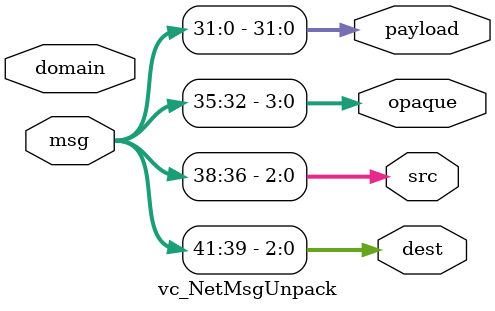
<source format=v>

`ifndef VC_NET_MSGS_UNPACK_V
`define VC_NET_MSGS_UNPACK_V


// Size of message

`define VC_NET_MSG_NBITS(p_,o_,s_)       p_ + o_ + ( 2 * s_ )

// Payload field

`define VC_NET_MSG_PAYLOAD_NBITS(p_,o_,s_)  p_

`define VC_NET_MSG_PAYLOAD_MSB(p_,o_,s_)                                \
  ( `VC_NET_MSG_PAYLOAD_NBITS(p_,o_,s_) - 1 )

`define VC_NET_MSG_PAYLOAD_FIELD(p_,o_,s_)                              \
  ( `VC_NET_MSG_PAYLOAD_MSB(p_,o_,s_) ) : 0

// Opaque field

`define VC_NET_MSG_OPAQUE_NBITS(p_,o_,s_) o_

`define VC_NET_MSG_OPAQUE_MSB(p_,o_,s_)                                 \
  ( `VC_NET_MSG_PAYLOAD_MSB(p_,o_,s_) +                                 \
  `VC_NET_MSG_OPAQUE_NBITS(p_,o_,s_) )

`define VC_NET_MSG_OPAQUE_FIELD(p_,o_,s_)                               \
  ( `VC_NET_MSG_OPAQUE_MSB(p_,o_,s_) ) :                                \
  ( `VC_NET_MSG_PAYLOAD_MSB(p_,o_,s_) + 1 )

// Source field

`define VC_NET_MSG_SRC_NBITS(p_,o_,s_) s_

`define VC_NET_MSG_SRC_MSB(p_,o_,s_)                                    \
  ( `VC_NET_MSG_OPAQUE_MSB(p_,o_,s_) + `VC_NET_MSG_SRC_NBITS(p_,o_,s_) )

`define VC_NET_MSG_SRC_FIELD(p_,o_,s_)                                  \
  ( `VC_NET_MSG_SRC_MSB(p_,o_,s_) ) :                                   \
  ( `VC_NET_MSG_OPAQUE_MSB(p_,o_,s_) + 1 )

// Destination field

`define VC_NET_MSG_DEST_NBITS(p_,o_,s_) s_

`define VC_NET_MSG_DEST_MSB(p_,o_,s_)                                   \
  ( `VC_NET_MSG_SRC_MSB(p_,o_,s_) + `VC_NET_MSG_DEST_NBITS(p_,o_,s_) )

`define VC_NET_MSG_DEST_FIELD(p_,o_,s_)                                 \
  ( `VC_NET_MSG_DEST_MSB(p_,o_,s_) ) :                                  \
  ( `VC_NET_MSG_SRC_MSB(p_,o_,s_) + 1 )

//-------------------------------------------------------------------------
// Unpack network message
//-------------------------------------------------------------------------

module vc_NetMsgUnpack
#(
  parameter p_payload_nbits = 32,
  parameter p_opaque_nbits  = 4,
  parameter p_srcdest_nbits = 3,

  // Shorter names, not to be set from outside the module
  parameter p = p_payload_nbits,
  parameter o = p_opaque_nbits,
  parameter s = p_srcdest_nbits
)
(

  // Input domain
  input                                  domain,

  // Input message

  input  [`VC_NET_MSG_NBITS(p,o,s)-1:0]  msg,

  // Output message

  output [`VC_NET_MSG_DEST_NBITS(p,o,s)-1:0]     dest,
  output [`VC_NET_MSG_SRC_NBITS(p,o,s)-1:0]      src,
  output [`VC_NET_MSG_OPAQUE_NBITS(p,o,s)-1:0]   opaque,
  output [`VC_NET_MSG_PAYLOAD_NBITS(p,o,s)-1:0]  payload
);

  assign dest    = msg[`VC_NET_MSG_DEST_FIELD(p,o,s)];
  assign src     = msg[`VC_NET_MSG_SRC_FIELD(p,o,s)];
  assign opaque  = msg[`VC_NET_MSG_OPAQUE_FIELD(p,o,s)];
  assign payload = msg[`VC_NET_MSG_PAYLOAD_FIELD(p,o,s)];

endmodule

`endif /* VC_NET_MSGS_UNPACK_V */

</source>
